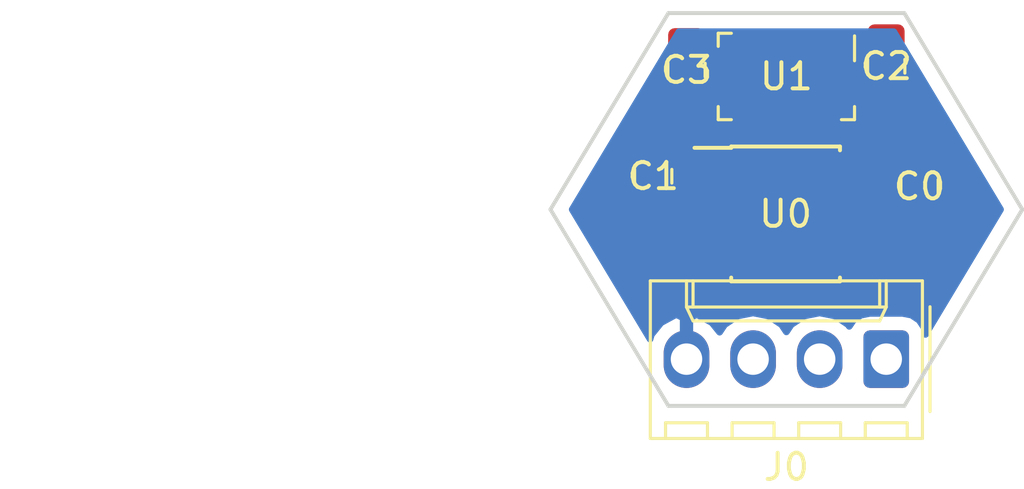
<source format=kicad_pcb>
(kicad_pcb (version 20171130) (host pcbnew "(5.0.2)-1")

  (general
    (thickness 1.6)
    (drawings 12)
    (tracks 1)
    (zones 0)
    (modules 7)
    (nets 11)
  )

  (page A4)
  (title_block
    (title "Beehive Sensor board")
    (date 2019-01-22)
    (rev v1.0)
    (company "University of Glasgow")
  )

  (layers
    (0 F.Cu signal)
    (31 B.Cu signal hide)
    (32 B.Adhes user)
    (33 F.Adhes user)
    (34 B.Paste user)
    (35 F.Paste user)
    (36 B.SilkS user)
    (37 F.SilkS user)
    (38 B.Mask user)
    (39 F.Mask user)
    (40 Dwgs.User user hide)
    (41 Cmts.User user)
    (42 Eco1.User user)
    (43 Eco2.User user)
    (44 Edge.Cuts user)
    (45 Margin user)
    (46 B.CrtYd user hide)
    (47 F.CrtYd user hide)
    (48 B.Fab user hide)
    (49 F.Fab user hide)
  )

  (setup
    (last_trace_width 0.25)
    (trace_clearance 0.3)
    (zone_clearance 0.508)
    (zone_45_only no)
    (trace_min 0.2)
    (segment_width 0.2)
    (edge_width 0.15)
    (via_size 0.8)
    (via_drill 0.4)
    (via_min_size 0.5)
    (via_min_drill 0.3)
    (uvia_size 0.3)
    (uvia_drill 0.1)
    (uvias_allowed no)
    (uvia_min_size 0.2)
    (uvia_min_drill 0.1)
    (pcb_text_width 0.3)
    (pcb_text_size 1.5 1.5)
    (mod_edge_width 0.15)
    (mod_text_size 1 1)
    (mod_text_width 0.15)
    (pad_size 1.524 1.524)
    (pad_drill 0.762)
    (pad_to_mask_clearance 0.051)
    (solder_mask_min_width 0.25)
    (aux_axis_origin 0 0)
    (grid_origin 141 90)
    (visible_elements 7FFFFFFF)
    (pcbplotparams
      (layerselection 0x010fc_ffffffff)
      (usegerberextensions false)
      (usegerberattributes false)
      (usegerberadvancedattributes false)
      (creategerberjobfile false)
      (excludeedgelayer true)
      (linewidth 0.100000)
      (plotframeref false)
      (viasonmask false)
      (mode 1)
      (useauxorigin false)
      (hpglpennumber 1)
      (hpglpenspeed 20)
      (hpglpendiameter 15.000000)
      (psnegative false)
      (psa4output false)
      (plotreference true)
      (plotvalue true)
      (plotinvisibletext false)
      (padsonsilk false)
      (subtractmaskfromsilk false)
      (outputformat 1)
      (mirror false)
      (drillshape 1)
      (scaleselection 1)
      (outputdirectory ""))
  )

  (net 0 "")
  (net 1 /Vcore)
  (net 2 GND)
  (net 3 /SCL)
  (net 4 /SDA)
  (net 5 "Net-(U0-Pad5)")
  (net 6 "Net-(U0-Pad6)")
  (net 7 "Net-(U0-Pad7)")
  (net 8 +3V3)
  (net 9 "Net-(C2-Pad1)")
  (net 10 "Net-(U1-Pad6)")

  (net_class Default "This is the default net class."
    (clearance 0.3)
    (trace_width 0.25)
    (via_dia 0.8)
    (via_drill 0.4)
    (uvia_dia 0.3)
    (uvia_drill 0.1)
    (add_net +3V3)
    (add_net /SCL)
    (add_net /SDA)
    (add_net /Vcore)
    (add_net GND)
    (add_net "Net-(C2-Pad1)")
    (add_net "Net-(U0-Pad5)")
    (add_net "Net-(U0-Pad6)")
    (add_net "Net-(U0-Pad7)")
    (add_net "Net-(U1-Pad6)")
  )

  (module Capacitor_SMD:C_0805_2012Metric_Pad1.15x1.40mm_HandSolder (layer F.Cu) (tedit 5B36C52B) (tstamp 5C488C70)
    (at 137.19 84.675 270)
    (descr "Capacitor SMD 0805 (2012 Metric), square (rectangular) end terminal, IPC_7351 nominal with elongated pad for handsoldering. (Body size source: https://docs.google.com/spreadsheets/d/1BsfQQcO9C6DZCsRaXUlFlo91Tg2WpOkGARC1WS5S8t0/edit?usp=sharing), generated with kicad-footprint-generator")
    (tags "capacitor handsolder")
    (path /5C487C4B)
    (attr smd)
    (fp_text reference C3 (at 0 0) (layer F.SilkS)
      (effects (font (size 1 1) (thickness 0.15)))
    )
    (fp_text value 1µ (at 0 1.65 270) (layer F.Fab)
      (effects (font (size 1 1) (thickness 0.15)))
    )
    (fp_text user %R (at 0 0 270) (layer F.Fab)
      (effects (font (size 0.5 0.5) (thickness 0.08)))
    )
    (fp_line (start 1.85 0.95) (end -1.85 0.95) (layer F.CrtYd) (width 0.05))
    (fp_line (start 1.85 -0.95) (end 1.85 0.95) (layer F.CrtYd) (width 0.05))
    (fp_line (start -1.85 -0.95) (end 1.85 -0.95) (layer F.CrtYd) (width 0.05))
    (fp_line (start -1.85 0.95) (end -1.85 -0.95) (layer F.CrtYd) (width 0.05))
    (fp_line (start -0.261252 0.71) (end 0.261252 0.71) (layer F.SilkS) (width 0.12))
    (fp_line (start -0.261252 -0.71) (end 0.261252 -0.71) (layer F.SilkS) (width 0.12))
    (fp_line (start 1 0.6) (end -1 0.6) (layer F.Fab) (width 0.1))
    (fp_line (start 1 -0.6) (end 1 0.6) (layer F.Fab) (width 0.1))
    (fp_line (start -1 -0.6) (end 1 -0.6) (layer F.Fab) (width 0.1))
    (fp_line (start -1 0.6) (end -1 -0.6) (layer F.Fab) (width 0.1))
    (pad 2 smd roundrect (at 1.025 0 270) (size 1.15 1.4) (layers F.Cu F.Paste F.Mask) (roundrect_rratio 0.217391)
      (net 2 GND))
    (pad 1 smd roundrect (at -1.025 0 270) (size 1.15 1.4) (layers F.Cu F.Paste F.Mask) (roundrect_rratio 0.217391)
      (net 8 +3V3))
    (model ${KISYS3DMOD}/Capacitor_SMD.3dshapes/C_0805_2012Metric.wrl
      (at (xyz 0 0 0))
      (scale (xyz 1 1 1))
      (rotate (xyz 0 0 0))
    )
  )

  (module Capacitor_SMD:C_0805_2012Metric_Pad1.15x1.40mm_HandSolder (layer F.Cu) (tedit 5B36C52B) (tstamp 5C488C5F)
    (at 144.81 84.53 270)
    (descr "Capacitor SMD 0805 (2012 Metric), square (rectangular) end terminal, IPC_7351 nominal with elongated pad for handsoldering. (Body size source: https://docs.google.com/spreadsheets/d/1BsfQQcO9C6DZCsRaXUlFlo91Tg2WpOkGARC1WS5S8t0/edit?usp=sharing), generated with kicad-footprint-generator")
    (tags "capacitor handsolder")
    (path /5C487C0F)
    (attr smd)
    (fp_text reference C2 (at 0 0) (layer F.SilkS)
      (effects (font (size 1 1) (thickness 0.15)))
    )
    (fp_text value 1µ (at 0 1.65 270) (layer F.Fab)
      (effects (font (size 1 1) (thickness 0.15)))
    )
    (fp_line (start -1 0.6) (end -1 -0.6) (layer F.Fab) (width 0.1))
    (fp_line (start -1 -0.6) (end 1 -0.6) (layer F.Fab) (width 0.1))
    (fp_line (start 1 -0.6) (end 1 0.6) (layer F.Fab) (width 0.1))
    (fp_line (start 1 0.6) (end -1 0.6) (layer F.Fab) (width 0.1))
    (fp_line (start -0.261252 -0.71) (end 0.261252 -0.71) (layer F.SilkS) (width 0.12))
    (fp_line (start -0.261252 0.71) (end 0.261252 0.71) (layer F.SilkS) (width 0.12))
    (fp_line (start -1.85 0.95) (end -1.85 -0.95) (layer F.CrtYd) (width 0.05))
    (fp_line (start -1.85 -0.95) (end 1.85 -0.95) (layer F.CrtYd) (width 0.05))
    (fp_line (start 1.85 -0.95) (end 1.85 0.95) (layer F.CrtYd) (width 0.05))
    (fp_line (start 1.85 0.95) (end -1.85 0.95) (layer F.CrtYd) (width 0.05))
    (fp_text user %R (at 0 0 270) (layer F.Fab)
      (effects (font (size 0.5 0.5) (thickness 0.08)))
    )
    (pad 1 smd roundrect (at -1.025 0 270) (size 1.15 1.4) (layers F.Cu F.Paste F.Mask) (roundrect_rratio 0.217391)
      (net 9 "Net-(C2-Pad1)"))
    (pad 2 smd roundrect (at 1.025 0 270) (size 1.15 1.4) (layers F.Cu F.Paste F.Mask) (roundrect_rratio 0.217391)
      (net 2 GND))
    (model ${KISYS3DMOD}/Capacitor_SMD.3dshapes/C_0805_2012Metric.wrl
      (at (xyz 0 0 0))
      (scale (xyz 1 1 1))
      (rotate (xyz 0 0 0))
    )
  )

  (module Package_LGA:LGA-8_3x5mm_P1.25mm (layer F.Cu) (tedit 5A02F217) (tstamp 5C488BB8)
    (at 141 84.92 270)
    (descr LGA-8)
    (tags "lga land grid array")
    (path /5C48755E)
    (attr smd)
    (fp_text reference U1 (at 0 0) (layer F.SilkS)
      (effects (font (size 1 1) (thickness 0.15)))
    )
    (fp_text value MPL115A2 (at 0 3.65 270) (layer F.Fab)
      (effects (font (size 1 1) (thickness 0.15)))
    )
    (fp_text user %R (at 0 0 270) (layer F.Fab)
      (effects (font (size 0.5 0.5) (thickness 0.075)))
    )
    (fp_line (start 1.5 -2.5) (end 1.5 2.5) (layer F.Fab) (width 0.1))
    (fp_line (start 1.5 2.5) (end -1.5 2.5) (layer F.Fab) (width 0.1))
    (fp_line (start -1.5 2.5) (end -1.5 -1.75) (layer F.Fab) (width 0.1))
    (fp_line (start -1.5 -1.75) (end -0.75 -2.5) (layer F.Fab) (width 0.1))
    (fp_line (start -0.75 -2.5) (end 1.5 -2.5) (layer F.Fab) (width 0.1))
    (fp_line (start 1.15 -2.6) (end 1.65 -2.6) (layer F.SilkS) (width 0.12))
    (fp_line (start 1.65 -2.6) (end 1.65 -2.1) (layer F.SilkS) (width 0.12))
    (fp_line (start 1.65 2.1) (end 1.65 2.6) (layer F.SilkS) (width 0.12))
    (fp_line (start 1.65 2.6) (end 1.15 2.6) (layer F.SilkS) (width 0.12))
    (fp_line (start -1.15 2.6) (end -1.65 2.6) (layer F.SilkS) (width 0.12))
    (fp_line (start -1.65 2.6) (end -1.65 2.1) (layer F.SilkS) (width 0.12))
    (fp_line (start -1.55 -2.6) (end -0.6 -2.6) (layer F.SilkS) (width 0.12))
    (fp_line (start -1.8 -2.75) (end 1.8 -2.75) (layer F.CrtYd) (width 0.05))
    (fp_line (start -1.8 -2.75) (end -1.8 2.75) (layer F.CrtYd) (width 0.05))
    (fp_line (start 1.8 2.75) (end 1.8 -2.75) (layer F.CrtYd) (width 0.05))
    (fp_line (start 1.8 2.75) (end -1.8 2.75) (layer F.CrtYd) (width 0.05))
    (pad 4 smd rect (at -1.075 1.875 270) (size 0.95 0.55) (layers F.Cu F.Paste F.Mask)
      (net 8 +3V3))
    (pad 1 smd rect (at -1.075 -1.875 270) (size 0.95 0.55) (layers F.Cu F.Paste F.Mask)
      (net 8 +3V3))
    (pad 2 smd rect (at -1.075 -0.625 270) (size 0.95 0.55) (layers F.Cu F.Paste F.Mask)
      (net 9 "Net-(C2-Pad1)"))
    (pad 3 smd rect (at -1.075 0.625 270) (size 0.95 0.55) (layers F.Cu F.Paste F.Mask)
      (net 2 GND))
    (pad 8 smd rect (at 1.075 -1.875 270) (size 0.95 0.55) (layers F.Cu F.Paste F.Mask)
      (net 3 /SCL))
    (pad 7 smd rect (at 1.075 -0.625 270) (size 0.95 0.55) (layers F.Cu F.Paste F.Mask)
      (net 4 /SDA))
    (pad 6 smd rect (at 1.075 0.625 270) (size 0.95 0.55) (layers F.Cu F.Paste F.Mask)
      (net 10 "Net-(U1-Pad6)"))
    (pad 5 smd rect (at 1.075 1.875 270) (size 0.95 0.55) (layers F.Cu F.Paste F.Mask)
      (net 8 +3V3))
    (model ${KISYS3DMOD}/Package_LGA.3dshapes/LGA-8_3x5mm_P1.25mm.wrl
      (at (xyz 0 0 0))
      (scale (xyz 1 1 1))
      (rotate (xyz 0 0 0))
    )
  )

  (module Capacitor_SMD:C_0805_2012Metric_Pad1.15x1.40mm_HandSolder (layer F.Cu) (tedit 5B36C52B) (tstamp 5C47BFCA)
    (at 135.92 88.73 270)
    (descr "Capacitor SMD 0805 (2012 Metric), square (rectangular) end terminal, IPC_7351 nominal with elongated pad for handsoldering. (Body size source: https://docs.google.com/spreadsheets/d/1BsfQQcO9C6DZCsRaXUlFlo91Tg2WpOkGARC1WS5S8t0/edit?usp=sharing), generated with kicad-footprint-generator")
    (tags "capacitor handsolder")
    (path /5C473C59)
    (attr smd)
    (fp_text reference C1 (at 0 0) (layer F.SilkS)
      (effects (font (size 1 1) (thickness 0.15)))
    )
    (fp_text value 0.1µ (at 0 1.65 270) (layer F.Fab)
      (effects (font (size 1 1) (thickness 0.15)))
    )
    (fp_text user %R (at 0 0 270) (layer F.Fab)
      (effects (font (size 0.5 0.5) (thickness 0.08)))
    )
    (fp_line (start 1.85 0.95) (end -1.85 0.95) (layer F.CrtYd) (width 0.05))
    (fp_line (start 1.85 -0.95) (end 1.85 0.95) (layer F.CrtYd) (width 0.05))
    (fp_line (start -1.85 -0.95) (end 1.85 -0.95) (layer F.CrtYd) (width 0.05))
    (fp_line (start -1.85 0.95) (end -1.85 -0.95) (layer F.CrtYd) (width 0.05))
    (fp_line (start -0.261252 0.71) (end 0.261252 0.71) (layer F.SilkS) (width 0.12))
    (fp_line (start -0.261252 -0.71) (end 0.261252 -0.71) (layer F.SilkS) (width 0.12))
    (fp_line (start 1 0.6) (end -1 0.6) (layer F.Fab) (width 0.1))
    (fp_line (start 1 -0.6) (end 1 0.6) (layer F.Fab) (width 0.1))
    (fp_line (start -1 -0.6) (end 1 -0.6) (layer F.Fab) (width 0.1))
    (fp_line (start -1 0.6) (end -1 -0.6) (layer F.Fab) (width 0.1))
    (pad 2 smd roundrect (at 1.025 0 270) (size 1.15 1.4) (layers F.Cu F.Paste F.Mask) (roundrect_rratio 0.217391)
      (net 2 GND))
    (pad 1 smd roundrect (at -1.025 0 270) (size 1.15 1.4) (layers F.Cu F.Paste F.Mask) (roundrect_rratio 0.217391)
      (net 1 /Vcore))
    (model ${KISYS3DMOD}/Capacitor_SMD.3dshapes/C_0805_2012Metric.wrl
      (at (xyz 0 0 0))
      (scale (xyz 1 1 1))
      (rotate (xyz 0 0 0))
    )
  )

  (module Capacitor_SMD:C_0805_2012Metric_Pad1.15x1.40mm_HandSolder (layer F.Cu) (tedit 5B36C52B) (tstamp 5C47BFB9)
    (at 146.08 89.12 90)
    (descr "Capacitor SMD 0805 (2012 Metric), square (rectangular) end terminal, IPC_7351 nominal with elongated pad for handsoldering. (Body size source: https://docs.google.com/spreadsheets/d/1BsfQQcO9C6DZCsRaXUlFlo91Tg2WpOkGARC1WS5S8t0/edit?usp=sharing), generated with kicad-footprint-generator")
    (tags "capacitor handsolder")
    (path /5C473BF9)
    (attr smd)
    (fp_text reference C0 (at 0 0 180) (layer F.SilkS)
      (effects (font (size 1 1) (thickness 0.15)))
    )
    (fp_text value 0.22µ (at 0 1.65 90) (layer F.Fab)
      (effects (font (size 1 1) (thickness 0.15)))
    )
    (fp_line (start -1 0.6) (end -1 -0.6) (layer F.Fab) (width 0.1))
    (fp_line (start -1 -0.6) (end 1 -0.6) (layer F.Fab) (width 0.1))
    (fp_line (start 1 -0.6) (end 1 0.6) (layer F.Fab) (width 0.1))
    (fp_line (start 1 0.6) (end -1 0.6) (layer F.Fab) (width 0.1))
    (fp_line (start -0.261252 -0.71) (end 0.261252 -0.71) (layer F.SilkS) (width 0.12))
    (fp_line (start -0.261252 0.71) (end 0.261252 0.71) (layer F.SilkS) (width 0.12))
    (fp_line (start -1.85 0.95) (end -1.85 -0.95) (layer F.CrtYd) (width 0.05))
    (fp_line (start -1.85 -0.95) (end 1.85 -0.95) (layer F.CrtYd) (width 0.05))
    (fp_line (start 1.85 -0.95) (end 1.85 0.95) (layer F.CrtYd) (width 0.05))
    (fp_line (start 1.85 0.95) (end -1.85 0.95) (layer F.CrtYd) (width 0.05))
    (fp_text user %R (at 0 0 90) (layer F.Fab)
      (effects (font (size 0.5 0.5) (thickness 0.08)))
    )
    (pad 1 smd roundrect (at -1.025 0 90) (size 1.15 1.4) (layers F.Cu F.Paste F.Mask) (roundrect_rratio 0.217391)
      (net 8 +3V3))
    (pad 2 smd roundrect (at 1.025 0 90) (size 1.15 1.4) (layers F.Cu F.Paste F.Mask) (roundrect_rratio 0.217391)
      (net 2 GND))
    (model ${KISYS3DMOD}/Capacitor_SMD.3dshapes/C_0805_2012Metric.wrl
      (at (xyz 0 0 0))
      (scale (xyz 1 1 1))
      (rotate (xyz 0 0 0))
    )
  )

  (module Connector_Molex:Molex_KK-254_AE-6410-04A_1x04_P2.54mm_Vertical (layer F.Cu) (tedit 5B78013E) (tstamp 5C47BFA8)
    (at 144.81 95.715 180)
    (descr "Molex KK-254 Interconnect System, old/engineering part number: AE-6410-04A example for new part number: 22-27-2041, 4 Pins (http://www.molex.com/pdm_docs/sd/022272021_sd.pdf), generated with kicad-footprint-generator")
    (tags "connector Molex KK-254 side entry")
    (path /5C472B69)
    (fp_text reference J0 (at 3.81 -4.12 180) (layer F.SilkS)
      (effects (font (size 1 1) (thickness 0.15)))
    )
    (fp_text value Conn_01x04 (at 3.81 4.08 180) (layer F.Fab)
      (effects (font (size 1 1) (thickness 0.15)))
    )
    (fp_line (start -1.27 -2.92) (end -1.27 2.88) (layer F.Fab) (width 0.1))
    (fp_line (start -1.27 2.88) (end 8.89 2.88) (layer F.Fab) (width 0.1))
    (fp_line (start 8.89 2.88) (end 8.89 -2.92) (layer F.Fab) (width 0.1))
    (fp_line (start 8.89 -2.92) (end -1.27 -2.92) (layer F.Fab) (width 0.1))
    (fp_line (start -1.38 -3.03) (end -1.38 2.99) (layer F.SilkS) (width 0.12))
    (fp_line (start -1.38 2.99) (end 9 2.99) (layer F.SilkS) (width 0.12))
    (fp_line (start 9 2.99) (end 9 -3.03) (layer F.SilkS) (width 0.12))
    (fp_line (start 9 -3.03) (end -1.38 -3.03) (layer F.SilkS) (width 0.12))
    (fp_line (start -1.67 -2) (end -1.67 2) (layer F.SilkS) (width 0.12))
    (fp_line (start -1.27 -0.5) (end -0.562893 0) (layer F.Fab) (width 0.1))
    (fp_line (start -0.562893 0) (end -1.27 0.5) (layer F.Fab) (width 0.1))
    (fp_line (start 0 2.99) (end 0 1.99) (layer F.SilkS) (width 0.12))
    (fp_line (start 0 1.99) (end 7.62 1.99) (layer F.SilkS) (width 0.12))
    (fp_line (start 7.62 1.99) (end 7.62 2.99) (layer F.SilkS) (width 0.12))
    (fp_line (start 0 1.99) (end 0.25 1.46) (layer F.SilkS) (width 0.12))
    (fp_line (start 0.25 1.46) (end 7.37 1.46) (layer F.SilkS) (width 0.12))
    (fp_line (start 7.37 1.46) (end 7.62 1.99) (layer F.SilkS) (width 0.12))
    (fp_line (start 0.25 2.99) (end 0.25 1.99) (layer F.SilkS) (width 0.12))
    (fp_line (start 7.37 2.99) (end 7.37 1.99) (layer F.SilkS) (width 0.12))
    (fp_line (start -0.8 -3.03) (end -0.8 -2.43) (layer F.SilkS) (width 0.12))
    (fp_line (start -0.8 -2.43) (end 0.8 -2.43) (layer F.SilkS) (width 0.12))
    (fp_line (start 0.8 -2.43) (end 0.8 -3.03) (layer F.SilkS) (width 0.12))
    (fp_line (start 1.74 -3.03) (end 1.74 -2.43) (layer F.SilkS) (width 0.12))
    (fp_line (start 1.74 -2.43) (end 3.34 -2.43) (layer F.SilkS) (width 0.12))
    (fp_line (start 3.34 -2.43) (end 3.34 -3.03) (layer F.SilkS) (width 0.12))
    (fp_line (start 4.28 -3.03) (end 4.28 -2.43) (layer F.SilkS) (width 0.12))
    (fp_line (start 4.28 -2.43) (end 5.88 -2.43) (layer F.SilkS) (width 0.12))
    (fp_line (start 5.88 -2.43) (end 5.88 -3.03) (layer F.SilkS) (width 0.12))
    (fp_line (start 6.82 -3.03) (end 6.82 -2.43) (layer F.SilkS) (width 0.12))
    (fp_line (start 6.82 -2.43) (end 8.42 -2.43) (layer F.SilkS) (width 0.12))
    (fp_line (start 8.42 -2.43) (end 8.42 -3.03) (layer F.SilkS) (width 0.12))
    (fp_line (start -1.77 -3.42) (end -1.77 3.38) (layer F.CrtYd) (width 0.05))
    (fp_line (start -1.77 3.38) (end 9.39 3.38) (layer F.CrtYd) (width 0.05))
    (fp_line (start 9.39 3.38) (end 9.39 -3.42) (layer F.CrtYd) (width 0.05))
    (fp_line (start 9.39 -3.42) (end -1.77 -3.42) (layer F.CrtYd) (width 0.05))
    (fp_text user %R (at 3.81 -2.22 180) (layer F.Fab)
      (effects (font (size 1 1) (thickness 0.15)))
    )
    (pad 1 thru_hole roundrect (at 0 0 180) (size 1.74 2.2) (drill 1.2) (layers *.Cu *.Mask) (roundrect_rratio 0.143678)
      (net 8 +3V3))
    (pad 2 thru_hole oval (at 2.54 0 180) (size 1.74 2.2) (drill 1.2) (layers *.Cu *.Mask)
      (net 3 /SCL))
    (pad 3 thru_hole oval (at 5.08 0 180) (size 1.74 2.2) (drill 1.2) (layers *.Cu *.Mask)
      (net 4 /SDA))
    (pad 4 thru_hole oval (at 7.62 0 180) (size 1.74 2.2) (drill 1.2) (layers *.Cu *.Mask)
      (net 2 GND))
    (model ${KISYS3DMOD}/Connector_Molex.3dshapes/Molex_KK-254_AE-6410-04A_1x04_P2.54mm_Vertical.wrl
      (at (xyz 0 0 0))
      (scale (xyz 1 1 1))
      (rotate (xyz 0 0 0))
    )
  )

  (module Package_SO:SOIC-8_3.9x4.9mm_P1.27mm (layer F.Cu) (tedit 5A02F2D3) (tstamp 5C47BF7C)
    (at 140.97 90.17)
    (descr "8-Lead Plastic Small Outline (SN) - Narrow, 3.90 mm Body [SOIC] (see Microchip Packaging Specification http://ww1.microchip.com/downloads/en/PackagingSpec/00000049BQ.pdf)")
    (tags "SOIC 1.27")
    (path /5C472AC6)
    (attr smd)
    (fp_text reference U0 (at 0 0) (layer F.SilkS)
      (effects (font (size 1 1) (thickness 0.15)))
    )
    (fp_text value HIHxx3x-021 (at 0 3.5) (layer F.Fab)
      (effects (font (size 1 1) (thickness 0.15)))
    )
    (fp_text user %R (at 0 0) (layer F.Fab)
      (effects (font (size 1 1) (thickness 0.15)))
    )
    (fp_line (start -0.95 -2.45) (end 1.95 -2.45) (layer F.Fab) (width 0.1))
    (fp_line (start 1.95 -2.45) (end 1.95 2.45) (layer F.Fab) (width 0.1))
    (fp_line (start 1.95 2.45) (end -1.95 2.45) (layer F.Fab) (width 0.1))
    (fp_line (start -1.95 2.45) (end -1.95 -1.45) (layer F.Fab) (width 0.1))
    (fp_line (start -1.95 -1.45) (end -0.95 -2.45) (layer F.Fab) (width 0.1))
    (fp_line (start -3.73 -2.7) (end -3.73 2.7) (layer F.CrtYd) (width 0.05))
    (fp_line (start 3.73 -2.7) (end 3.73 2.7) (layer F.CrtYd) (width 0.05))
    (fp_line (start -3.73 -2.7) (end 3.73 -2.7) (layer F.CrtYd) (width 0.05))
    (fp_line (start -3.73 2.7) (end 3.73 2.7) (layer F.CrtYd) (width 0.05))
    (fp_line (start -2.075 -2.575) (end -2.075 -2.525) (layer F.SilkS) (width 0.15))
    (fp_line (start 2.075 -2.575) (end 2.075 -2.43) (layer F.SilkS) (width 0.15))
    (fp_line (start 2.075 2.575) (end 2.075 2.43) (layer F.SilkS) (width 0.15))
    (fp_line (start -2.075 2.575) (end -2.075 2.43) (layer F.SilkS) (width 0.15))
    (fp_line (start -2.075 -2.575) (end 2.075 -2.575) (layer F.SilkS) (width 0.15))
    (fp_line (start -2.075 2.575) (end 2.075 2.575) (layer F.SilkS) (width 0.15))
    (fp_line (start -2.075 -2.525) (end -3.475 -2.525) (layer F.SilkS) (width 0.15))
    (pad 1 smd rect (at -2.7 -1.905) (size 1.55 0.6) (layers F.Cu F.Paste F.Mask)
      (net 1 /Vcore))
    (pad 2 smd rect (at -2.7 -0.635) (size 1.55 0.6) (layers F.Cu F.Paste F.Mask)
      (net 2 GND))
    (pad 3 smd rect (at -2.7 0.635) (size 1.55 0.6) (layers F.Cu F.Paste F.Mask)
      (net 3 /SCL))
    (pad 4 smd rect (at -2.7 1.905) (size 1.55 0.6) (layers F.Cu F.Paste F.Mask)
      (net 4 /SDA))
    (pad 5 smd rect (at 2.7 1.905) (size 1.55 0.6) (layers F.Cu F.Paste F.Mask)
      (net 5 "Net-(U0-Pad5)"))
    (pad 6 smd rect (at 2.7 0.635) (size 1.55 0.6) (layers F.Cu F.Paste F.Mask)
      (net 6 "Net-(U0-Pad6)"))
    (pad 7 smd rect (at 2.7 -0.635) (size 1.55 0.6) (layers F.Cu F.Paste F.Mask)
      (net 7 "Net-(U0-Pad7)"))
    (pad 8 smd rect (at 2.7 -1.905) (size 1.55 0.6) (layers F.Cu F.Paste F.Mask)
      (net 8 +3V3))
    (model ${KISYS3DMOD}/Package_SO.3dshapes/SOIC-8_3.9x4.9mm_P1.27mm.wrl
      (at (xyz 0 0 0))
      (scale (xyz 1 1 1))
      (rotate (xyz 0 0 0))
    )
  )

  (gr_line (start 150 90) (end 145.5 82.5) (layer Edge.Cuts) (width 0.15))
  (gr_line (start 145.5 97.5) (end 150 90) (layer Edge.Cuts) (width 0.15))
  (gr_line (start 136.5 97.5) (end 145.5 97.5) (layer Edge.Cuts) (width 0.15))
  (gr_line (start 132 90) (end 136.5 97.5) (layer Edge.Cuts) (width 0.15))
  (gr_line (start 136.5 82.5) (end 132 90) (layer Edge.Cuts) (width 0.15))
  (gr_line (start 145.5 82.5) (end 136.5 82.5) (layer Edge.Cuts) (width 0.15))
  (gr_line (start 150 90) (end 132 90) (layer Dwgs.User) (width 0.2))
  (gr_line (start 141 90) (end 136.5 97.5) (layer Dwgs.User) (width 0.2))
  (gr_line (start 141 90) (end 145.5 97.5) (layer Dwgs.User) (width 0.2))
  (gr_line (start 141 90) (end 136.5 82.5) (layer Dwgs.User) (width 0.2))
  (gr_line (start 141 90) (end 145.5 82.5) (layer Dwgs.User) (width 0.2))
  (gr_circle (center 141 90) (end 150 90) (layer Dwgs.User) (width 0.2))

  (segment (start 138.27 92.075) (end 138.43 92.075) (width 0.25) (layer F.Cu) (net 4))

  (zone (net 2) (net_name GND) (layer B.Cu) (tstamp 5C47CCED) (hatch edge 0.508)
    (connect_pads (clearance 0.508))
    (min_thickness 0.254)
    (fill yes (arc_segments 16) (thermal_gap 0.508) (thermal_bridge_width 0.508))
    (polygon
      (pts
        (xy 131 82) (xy 151 82) (xy 151 98) (xy 131 98)
      )
    )
    (filled_polygon
      (pts
        (xy 149.172004 90) (xy 146.308908 94.77183) (xy 146.259127 94.521564) (xy 146.064586 94.230414) (xy 145.773436 94.035873)
        (xy 145.430001 93.96756) (xy 144.189999 93.96756) (xy 143.846564 94.035873) (xy 143.555414 94.230414) (xy 143.398586 94.465122)
        (xy 143.355044 94.399956) (xy 142.857222 94.067322) (xy 142.27 93.950516) (xy 141.682779 94.067322) (xy 141.184956 94.399956)
        (xy 141 94.676763) (xy 140.815044 94.399956) (xy 140.317222 94.067322) (xy 139.73 93.950516) (xy 139.142779 94.067322)
        (xy 138.644956 94.399956) (xy 138.45284 94.687477) (xy 138.160491 94.324467) (xy 137.6425 94.041416) (xy 137.550031 94.023698)
        (xy 137.317 94.144754) (xy 137.317 95.588) (xy 137.337 95.588) (xy 137.337 95.842) (xy 137.317 95.842)
        (xy 137.317 95.862) (xy 137.063 95.862) (xy 137.063 95.842) (xy 137.043 95.842) (xy 137.043 95.588)
        (xy 137.063 95.588) (xy 137.063 94.144754) (xy 136.829969 94.023698) (xy 136.7375 94.041416) (xy 136.219509 94.324467)
        (xy 135.849266 94.784198) (xy 135.79977 94.952958) (xy 132.827995 90) (xy 136.901995 83.21) (xy 145.098006 83.21)
      )
    )
  )
  (zone (net 2) (net_name GND) (layer F.Cu) (tstamp 5C47D28C) (hatch edge 0.508)
    (connect_pads (clearance 0.508))
    (min_thickness 0.254)
    (fill yes (arc_segments 16) (thermal_gap 0.508) (thermal_bridge_width 0.508))
    (polygon
      (pts
        (xy 111 82) (xy 131 82) (xy 131 98) (xy 111 98)
      )
    )
  )
)

</source>
